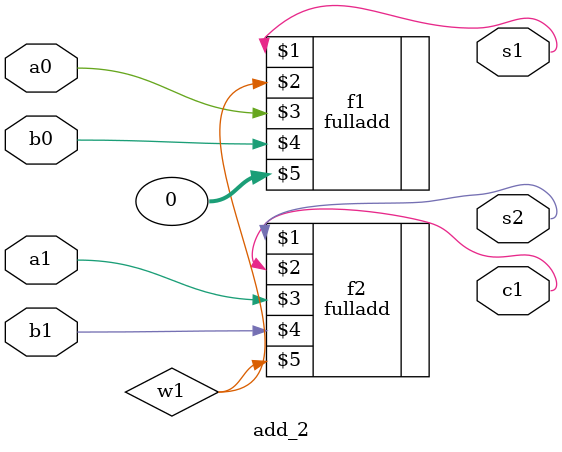
<source format=v>
`timescale 1ns / 1ps


module add_2(s1,s2,c1,a0,a1,b0,b1);
    output s1,s2,c1;
    input a0,a1,b0,b1;
    wire w1;
    fulladd f1(s1,w1,a0,b0,0);
    fulladd f2(s2,c1,a1,b1,w1);

endmodule

</source>
